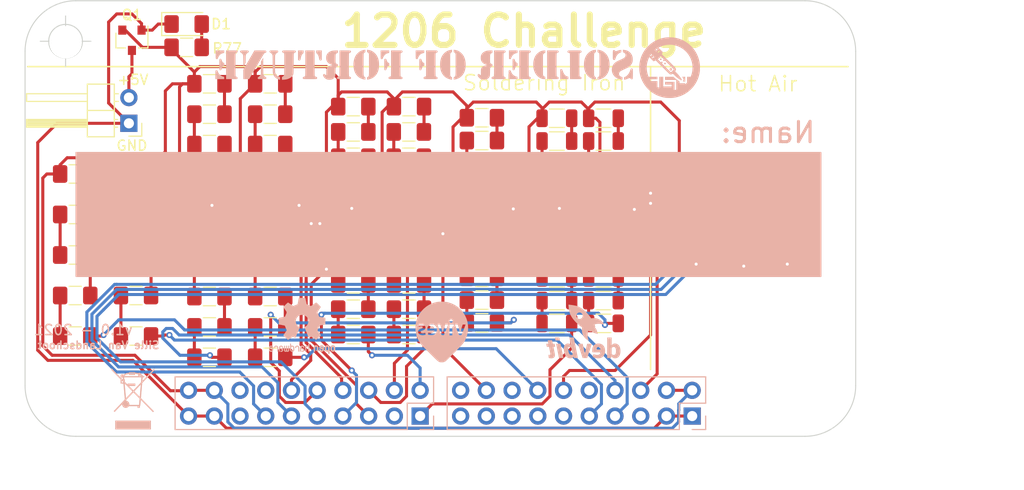
<source format=kicad_pcb>
(kicad_pcb (version 20201116) (generator pcbnew)
  (layers (0 "F.Cu" signal) (31 "B.Cu" signal) (34 "B.Paste" user) (35 "F.Paste" user) (36 "B.SilkS" user "B.Silkscreen") (37 "F.SilkS" user "F.Silkscreen") (38 "B.Mask" user) (39 "F.Mask" user) (44 "Edge.Cuts" user))
  (net 0 "")
  (net 1 "/1P")
  (net 2 "/1G")
  (net 3 "/1F")
  (net 4 "/1E")
  (net 5 "/1D")
  (net 6 "/1C")
  (net 7 "/2A")
  (net 8 "Net-(D1-Pad2)")
  (net 9 "/3A")
  (net 10 "/2P")
  (net 11 "/4A")
  (net 12 "/2G")
  (net 13 "/2F")
  (net 14 "/2E")
  (net 15 "/2D")
  (net 16 "/2C")
  (net 17 "/2B")
  (net 18 "/3P")
  (net 19 "/4P")
  (net 20 "/3G")
  (net 21 "/4G")
  (net 22 "/3F")
  (net 23 "/4F")
  (net 24 "/3E")
  (net 25 "/4E")
  (net 26 "/3D")
  (net 27 "/4D")
  (net 28 "/3C")
  (net 29 "/4C")
  (net 30 "/3B")
  (net 31 "/4B")
  (net 32 "Net-(J3-Pad2)")
  (net 33 "Net-(R1-Pad1)")
  (net 34 "Net-(R2-Pad1)")
  (net 35 "Net-(R22-Pad2)")
  (net 36 "Net-(R23-Pad2)")
  (net 37 "Net-(R24-Pad2)")
  (net 38 "Net-(R25-Pad2)")
  (net 39 "Net-(R26-Pad2)")
  (net 40 "/1B")
  (net 41 "/1A")
  (net 42 "+5V")
  (net 43 "GND")
  (net 44 "Net-(R27-Pad2)")
  (net 45 "Net-(R28-Pad2)")
  (net 46 "Net-(R10-Pad1)")
  (net 47 "Net-(R11-Pad1)")
  (net 48 "Net-(R12-Pad1)")
  (net 49 "Net-(R13-Pad1)")
  (net 50 "Net-(R14-Pad1)")
  (net 51 "Net-(R15-Pad1)")
  (net 52 "Net-(R16-Pad1)")
  (net 53 "Net-(R17-Pad1)")
  (net 54 "Net-(R18-Pad1)")
  (net 55 "Net-(R19-Pad1)")
  (net 56 "Net-(R20-Pad1)")
  (net 57 "Net-(R21-Pad1)")
  (net 58 "Net-(R22-Pad1)")
  (net 59 "Net-(R23-Pad1)")
  (net 60 "Net-(R24-Pad1)")
  (net 61 "Net-(R25-Pad1)")
  (net 62 "Net-(R26-Pad1)")
  (net 63 "Net-(R27-Pad1)")
  (net 64 "Net-(R28-Pad1)")
  (net 65 "Net-(R29-Pad1)")
  (net 66 "Net-(R30-Pad1)")
  (net 67 "Net-(R31-Pad1)")
  (net 68 "Net-(R32-Pad1)")
  (net 69 "Net-(R33-Pad1)")
  (net 70 "Net-(R34-Pad1)")
  (net 71 "Net-(R35-Pad1)")
  (net 72 "Net-(R36-Pad1)")
  (net 73 "Net-(R37-Pad1)")
  (net 74 "Net-(R38-Pad1)")
  (net 75 "Net-(R39-Pad1)")
  (net 76 "Net-(R40-Pad1)")
  (net 77 "Net-(R41-Pad1)")
  (net 78 "Net-(R42-Pad1)")
  (net 79 "Net-(R43-Pad1)")
  (net 80 "Net-(R44-Pad1)")
  (net 81 "Net-(R45-Pad1)")
  (net 82 "Net-(R46-Pad1)")
  (net 83 "Net-(R47-Pad1)")
  (net 84 "Net-(R48-Pad1)")
  (net 85 "Net-(R49-Pad1)")
  (net 86 "Net-(R50-Pad1)")
  (net 87 "Net-(R51-Pad1)")
  (net 88 "Net-(R52-Pad1)")
  (net 89 "Net-(R53-Pad1)")
  (net 90 "Net-(R54-Pad1)")
  (net 91 "Net-(R55-Pad1)")
  (net 92 "Net-(R56-Pad1)")
  (net 93 "Net-(R57-Pad1)")
  (net 94 "Net-(R58-Pad1)")
  (net 95 "Net-(R59-Pad1)")
  (net 96 "Net-(R60-Pad1)")
  (net 97 "Net-(R61-Pad1)")
  (net 98 "Net-(R62-Pad1)")
  (net 99 "Net-(R63-Pad1)")
  (net 100 "Net-(R64-Pad1)")
  (net 101 "Net-(R65-Pad1)")
  (net 102 "Net-(R66-Pad1)")
  (net 103 "Net-(R67-Pad1)")
  (net 104 "Net-(R68-Pad1)")
  (net 105 "Net-(R69-Pad1)")
  (net 106 "Net-(R70-Pad1)")
  (net 107 "Net-(R71-Pad1)")
  (net 108 "Net-(R72-Pad1)")
  (net 109 "Net-(R73-Pad1)")
  (net 110 "Net-(R74-Pad1)")
  (net 111 "Net-(R75-Pad1)")
  (net 112 "Net-(R76-Pad1)")
  (footprint "Resistor_SMD:R_1206_3216Metric_Pad1.42x1.75mm_HandSolder" (layer "F.Cu") (at 77.95 36.7)
    (fp_text reference "R62" hide)
    (fp_text value "220R")
  )
  (footprint "Resistor_SMD:R_1206_3216Metric_Pad1.42x1.75mm_HandSolder" (layer "F.Cu") (at 91.65 39.95 180)
    (fp_text reference "R86" hide)
    (fp_text value "220R")
  )
  (footprint "Resistor_SMD:R_1206_3216Metric_Pad1.42x1.75mm_HandSolder" (layer "F.Cu") (at 86.15 34.95 180)
    (fp_text reference "R45" hide)
    (fp_text value "220R")
  )
  (footprint "Resistor_SMD:R_1206_3216Metric_Pad1.42x1.75mm_HandSolder" (layer "F.Cu") (at 86.15 44.95)
    (fp_text reference "R27" hide)
    (fp_text value "220R")
  )
  (footprint "Resistor_SMD:R_1206_3216Metric_Pad1.42x1.75mm_HandSolder" (layer "F.Cu") (at 71.95 51.7)
    (fp_text reference "R61" hide)
    (fp_text value "220R")
  )
  (footprint "Resistor_SMD:R_1206_3216Metric" (layer "F.Cu") (at 110.85 46.85 180)
    (fp_text reference "R54" hide)
    (fp_text value "220R")
  )
  (footprint "Resistor_SMD:R_1206_3216Metric" (layer "F.Cu") (at 110.85 40.1 180)
    (fp_text reference "R92" hide)
    (fp_text value "220R")
  )
  (footprint "Resistor_SMD:R_1206_3216Metric_Pad1.42x1.75mm_HandSolder" (layer "F.Cu") (at 91.65 44.95)
    (fp_text reference "R29" hide)
    (fp_text value "220R")
  )
  (footprint "Resistor_SMD:R_1206_3216Metric" (layer "F.Cu") (at 119.8 43.45)
    (fp_text reference "R74" hide)
    (fp_text value "220R")
  )
  (footprint "Resistor_SMD:R_1206_3216Metric" (layer "F.Cu") (at 106.25 44.6)
    (fp_text reference "R33" hide)
    (fp_text value "220R")
  )
  (footprint "Resistor_SMD:R_1206_3216Metric_Pad1.42x1.75mm_HandSolder" (layer "F.Cu") (at 69.7 24.1)
    (fp_text reference "R77")
    (fp_text value "1K")
  )
  (footprint "Resistor_SMD:R_1206_3216Metric" (layer "F.Cu") (at 110.85 33.35)
    (fp_text reference "R34" hide)
    (fp_text value "220R")
  )
  (footprint "Resistor_SMD:R_1206_3216Metric_Pad1.42x1.75mm_HandSolder" (layer "F.Cu") (at 77.95 45.7)
    (fp_text reference "R25" hide)
    (fp_text value "220R")
  )
  (footprint "Resistor_SMD:R_1206_3216Metric_Pad1.42x1.75mm_HandSolder" (layer "F.Cu") (at 77.95 30.7)
    (fp_text reference "R24" hide)
    (fp_text value "220R")
  )
  (footprint "Resistor_SMD:R_1206_3216Metric" (layer "F.Cu") (at 106.25 33.35)
    (fp_text reference "R32" hide)
    (fp_text value "220R")
  )
  (footprint "Resistor_SMD:R_1206_3216Metric" (layer "F.Cu") (at 110.85 44.6)
    (fp_text reference "R35" hide)
    (fp_text value "220R")
  )
  (footprint "Resistor_SMD:R_1206_3216Metric_Pad1.42x1.75mm_HandSolder" (layer "F.Cu") (at 58.7 48.6)
    (fp_text reference "R58" hide)
    (fp_text value "220R")
  )
  (footprint "Resistor_SMD:R_1206_3216Metric" (layer "F.Cu") (at 106.25 42.35 180)
    (fp_text reference "R14" hide)
    (fp_text value "220R")
  )
  (footprint "Resistor_SMD:R_1206_3216Metric" (layer "F.Cu") (at 119.8 38.95)
    (fp_text reference "R36" hide)
    (fp_text value "220R")
  )
  (footprint "Resistor_SMD:R_1206_3216Metric_Pad1.42x1.75mm_HandSolder" (layer "F.Cu") (at 98.85 33.3)
    (fp_text reference "R30" hide)
    (fp_text value "220R")
  )
  (footprint "Resistor_SMD:R_1206_3216Metric_Pad1.42x1.75mm_HandSolder" (layer "F.Cu") (at 71.95 33.7 180)
    (fp_text reference "R41" hide)
    (fp_text value "220R")
  )
  (footprint "Resistor_SMD:R_1206_3216Metric" (layer "F.Cu") (at 124.3375 43.45)
    (fp_text reference "R75" hide)
    (fp_text value "220R")
  )
  (footprint "Resistor_SMD:R_1206_3216Metric_Pad1.42x1.75mm_HandSolder" (layer "F.Cu") (at 64.7 52.6 180)
    (fp_text reference "R79" hide)
    (fp_text value "220R")
  )
  (footprint "Resistor_SMD:R_1206_3216Metric_Pad1.42x1.75mm_HandSolder" (layer "F.Cu") (at 58.7 40.6)
    (fp_text reference "R20" hide)
    (fp_text value "220R")
  )
  (footprint "Resistor_SMD:R_1206_3216Metric_Pad1.42x1.75mm_HandSolder" (layer "F.Cu") (at 98.85 40.05 180)
    (fp_text reference "R88" hide)
    (fp_text value "220R")
  )
  (footprint "Resistor_SMD:R_1206_3216Metric_Pad1.42x1.75mm_HandSolder" (layer "F.Cu") (at 86.15 47.45 180)
    (fp_text reference "R46" hide)
    (fp_text value "220R")
  )
  (footprint "Resistor_SMD:R_1206_3216Metric" (layer "F.Cu") (at 110.85 31.1 180)
    (fp_text reference "R15" hide)
    (fp_text value "220R")
  )
  (footprint "Connector_PinHeader_2.54mm:PinHeader_1x02_P2.54mm_Horizontal" (layer "F.Cu") (at 64 31.6 180)
    (fp_text reference "J3" hide)
    (fp_text value "Conn_01x02")
  )
  (footprint "Resistor_SMD:R_1206_3216Metric_Pad1.42x1.75mm_HandSolder" (layer "F.Cu") (at 64.7 48.6)
    (fp_text reference "R59" hide)
    (fp_text value "220R")
  )
  (footprint "Resistor_SMD:R_1206_3216Metric_Pad1.42x1.75mm_HandSolder" (layer "F.Cu") (at 98.85 42.3 180)
    (fp_text reference "R12" hide)
    (fp_text value "220R")
  )
  (footprint "Resistor_SMD:R_1206_3216Metric_Pad1.42x1.75mm_HandSolder" (layer "F.Cu") (at 86.15 29.95 180)
    (fp_text reference "R7" hide)
    (fp_text value "220R")
  )
  (footprint "Resistor_SMD:R_1206_3216Metric" (layer "F.Cu") (at 110.85 35.6 180)
    (fp_text reference "R53" hide)
    (fp_text value "220R")
  )
  (footprint "Resistor_SMD:R_1206_3216Metric_Pad1.42x1.75mm_HandSolder" (layer "F.Cu") (at 98.85 35.55 180)
    (fp_text reference "R49" hide)
    (fp_text value "220R")
  )
  (footprint "Resistor_SMD:R_1206_3216Metric" (layer "F.Cu") (at 106.25 31.1 180)
    (fp_text reference "R13" hide)
    (fp_text value "220R")
  )
  (footprint "Resistor_SMD:R_1206_3216Metric_Pad1.42x1.75mm_HandSolder" (layer "F.Cu") (at 77.95 33.7 180)
    (fp_text reference "R43" hide)
    (fp_text value "220R")
  )
  (footprint "Resistor_SMD:R_1206_3216Metric" (layer "F.Cu") (at 128.899999 36.7 180)
    (fp_text reference "R19" hide)
    (fp_text value "220R")
  )
  (footprint "Resistor_SMD:R_1206_3216Metric_Pad1.42x1.75mm_HandSolder" (layer "F.Cu") (at 91.65 42.45 180)
    (fp_text reference "R10" hide)
    (fp_text value "220R")
  )
  (footprint "MountingHole:MountingHole_3.2mm_M3" (layer "F.Cu") (at 57.75 23.6)
    (fp_text reference "H1" hide)
    (fp_text value "MountingHole")
  )
  (footprint "Resistor_SMD:R_1206_3216Metric" (layer "F.Cu") (at 106.25 51.35 180)
    (fp_text reference "R91" hide)
    (fp_text value "220R")
  )
  (footprint "LED_SMD:LED_1206_3216Metric_Pad1.42x1.75mm_HandSolder" (layer "F.Cu") (at 69.7 21.8)
    (fp_text reference "D1")
    (fp_text value "LED")
  )
  (footprint "Resistor_SMD:R_1206_3216Metric_Pad1.42x1.75mm_HandSolder" (layer "F.Cu") (at 86.15 39.95 180)
    (fp_text reference "R84" hide)
    (fp_text value "220R")
  )
  (footprint "MountingHole:MountingHole_3.2mm_M3" (layer "F.Cu") (at 131.75 23.5)
    (fp_text reference "H2" hide)
    (fp_text value "MountingHole")
  )
  (footprint "Resistor_SMD:R_1206_3216Metric" (layer "F.Cu") (at 124.3375 36.7 180)
    (fp_text reference "R18" hide)
    (fp_text value "220R")
  )
  (footprint "Resistor_SMD:R_1206_3216Metric_Pad1.42x1.75mm_HandSolder" (layer "F.Cu") (at 58.7 52.6 180)
    (fp_text reference "R78" hide)
    (fp_text value "220R")
  )
  (footprint "Resistor_SMD:R_1206_3216Metric_Pad1.42x1.75mm_HandSolder" (layer "F.Cu") (at 77.95 39.7 180)
    (fp_text reference "R82" hide)
    (fp_text value "220R")
  )
  (footprint "Resistor_SMD:R_1206_3216Metric_Pad1.42x1.75mm_HandSolder" (layer "F.Cu") (at 64.7 40.6)
    (fp_text reference "R21" hide)
    (fp_text value "220R")
  )
  (footprint "Resistor_SMD:R_1206_3216Metric_Pad1.42x1.75mm_HandSolder" (layer "F.Cu") (at 98.85 44.55)
    (fp_text reference "R31" hide)
    (fp_text value "220R")
  )
  (footprint "Resistor_SMD:R_1206_3216Metric_Pad1.42x1.75mm_HandSolder" (layer "F.Cu") (at 71.95 54.7 180)
    (fp_text reference "R81" hide)
    (fp_text value "220R")
  )
  (footprint "Resistor_SMD:R_1206_3216Metric_Pad1.42x1.75mm_HandSolder" (layer "F.Cu") (at 58.7 44.6 180)
    (fp_text reference "R39" hide)
    (fp_text value "220R")
  )
  (footprint "Resistor_SMD:R_1206_3216Metric" (layer "F.Cu") (at 128.912499 41.2 180)
    (fp_text reference "R57" hide)
    (fp_text value "220R")
  )
  (footprint "Resistor_SMD:R_1206_3216Metric_Pad1.42x1.75mm_HandSolder" (layer "F.Cu") (at 71.95 48.7 180)
    (fp_text reference "R42" hide)
    (fp_text value "220R")
  )
  (footprint "Resistor_SMD:R_1206_3216Metric_Pad1.42x1.75mm_HandSolder" (layer "F.Cu") (at 98.85 49.05)
    (fp_text reference "R69" hide)
    (fp_text value "220R")
  )
  (footprint "Resistor_SMD:R_1206_3216Metric_Pad1.42x1.75mm_HandSolder" (layer "F.Cu") (at 64.7 36.6 180)
    (fp_text reference "R2" hide)
    (fp_text value "220R")
  )
  (footprint "Resistor_SMD:R_1206_3216Metric_Pad1.42x1.75mm_HandSolder" (layer "F.Cu") (at 86.15 52.45 180)
    (fp_text reference "R85" hide)
    (fp_text value "220R")
  )
  (footprint "Resistor_SMD:R_1206_3216Metric" (layer "F.Cu") (at 128.912499 45.7 180)
    (fp_text reference "R96" hide)
    (fp_text value "220R")
  )
  (footprint "Resistor_SMD:R_1206_3216Metric" (layer "F.Cu") (at 119.8 41.2 180)
    (fp_text reference "R55" hide)
    (fp_text value "220R")
  )
  (footprint "Resistor_SMD:R_1206_3216Metric_Pad1.42x1.75mm_HandSolder" (layer "F.Cu") (at 64.7 44.6 180)
    (fp_text reference "R40" hide)
    (fp_text value "220R")
  )
  (footprint "Resistor_SMD:R_1206_3216Metric_Pad1.42x1.75mm_HandSolder" (layer "F.Cu") (at 98.85 46.8 180)
    (fp_text reference "R50" hide)
    (fp_text value "220R")
  )
  (footprint "Resistor_SMD:R_1206_3216Metric_Pad1.42x1.75mm_HandSolder" (layer "F.Cu") (at 77.95 42.7 180)
    (fp_text reference "R6" hide)
    (fp_text value "220R")
  )
  (footprint "Resistor_SMD:R_1206_3216Metric" (layer "F.Cu") (at 110.85 51.35 180)
    (fp_text reference "R93" hide)
    (fp_text value "220R")
  )
  (footprint "Resistor_SMD:R_1206_3216Metric" (layer "F.Cu") (at 106.25 40.1 180)
    (fp_text reference "R90" hide)
    (fp_text value "220R")
  )
  (footprint "Resistor_SMD:R_1206_3216Metric_Pad1.42x1.75mm_HandSolder" (layer "F.Cu") (at 58.7 36.6 180)
    (fp_text reference "R1" hide)
    (fp_text value "220R")
  )
  (footprint "Resistor_SMD:R_1206_3216Metric_Pad1.42x1.75mm_HandSolder" (layer "F.Cu") (at 71.95 42.7 180)
    (fp_text reference "R4" hide)
    (fp_text value "220R")
  )
  (footprint "Resistor_SMD:R_1206_3216Metric" (layer "F.Cu") (at 106.25 49.1)
    (fp_text reference "R71" hide)
    (fp_text value "220R")
  )
  (footprint "Resistor_SMD:R_1206_3216Metric_Pad1.42x1.75mm_HandSolder" (layer "F.Cu") (at 91.6375 32.45)
    (fp_text reference "R28" hide)
    (fp_text value "220R")
  )
  (footprint "Resistor_SMD:R_1206_3216Metric_Pad1.42x1.75mm_HandSolder" (layer "F.Cu") (at 77.95 54.7 180)
    (fp_text reference "R83" hide)
    (fp_text value "220R")
  )
  (footprint "Resistor_SMD:R_1206_3216Metric_Pad1.42x1.75mm_HandSolder" (layer "F.Cu") (at 91.65 29.95 180)
    (fp_text reference "R9" hide)
    (fp_text value "220R")
  )
  (footprint "MountingHole:MountingHole_3.2mm_M3" (layer "F.Cu") (at 131.75 58.5)
    (fp_text reference "H4" hide)
    (fp_text value "MountingHole")
  )
  (footprint "Resistor_SMD:R_1206_3216Metric" (layer "F.Cu") (at 124.3375 38.95)
    (fp_text reference "R37" hide)
    (fp_text value "220R")
  )
  (footprint "Resistor_SMD:R_1206_3216Metric_Pad1.42x1.75mm_HandSolder" (layer "F.Cu") (at 77.95 27.7 180)
    (fp_text reference "R5" hide)
    (fp_text value "220R")
  )
  (footprint "Resistor_SMD:R_1206_3216Metric_Pad1.42x1.75mm_HandSolder" (layer "F.Cu") (at 91.65 47.45 180)
    (fp_text reference "R48" hide)
    (fp_text value "220R")
  )
  (footprint "Resistor_SMD:R_1206_3216Metric" (layer "F.Cu") (at 110.85 49.1)
    (fp_text reference "R73" hide)
    (fp_text value "220R")
  )
  (footprint "Resistor_SMD:R_1206_3216Metric" (layer "F.Cu") (at 124.35 41.2 180)
    (fp_text reference "R56" hide)
    (fp_text value "220R")
  )
  (footprint "Resistor_SMD:R_1206_3216Metric_Pad1.42x1.75mm_HandSolder" (layer "F.Cu") (at 86.15 37.45)
    (fp_text reference "R64" hide)
    (fp_text value "220R")
  )
  (footprint "Resistor_SMD:R_1206_3216Metric_Pad1.42x1.75mm_HandSolder" (layer "F.Cu") (at 71.95 30.7)
    (fp_text reference "R22" hide)
    (fp_text value "220R")
  )
  (footprint "Resistor_SMD:R_1206_3216Metric" (layer "F.Cu") (at 110.85 37.85)
    (fp_text reference "R72" hide)
    (fp_text value "220R")
  )
  (footprint "Resistor_SMD:R_1206_3216Metric_Pad1.42x1.75mm_HandSolder" (layer "F.Cu") (at 86.15 49.95)
    (fp_text reference "R65" hide)
    (fp_text value "220R")
  )
  (footprint "Resistor_SMD:R_1206_3216Metric_Pad1.42x1.75mm_HandSolder" (layer "F.Cu") (at 98.85 37.8)
    (fp_text reference "R68" hide)
    (fp_text value "220R")
  )
  (footprint "Resistor_SMD:R_1206_3216Metric" (layer "F.Cu") (at 110.85 42.35 180)
    (fp_text reference "R16" hide)
    (fp_text value "220R")
  )
  (footprint "Resistor_SMD:R_1206_3216Metric_Pad1.42x1.75mm_HandSolder" (layer "F.Cu") (at 71.9375 39.7 180)
    (fp_text reference "R80" hide)
    (fp_text value "220R")
  )
  (footprint "Resistor_SMD:R_1206_3216Metric_Pad1.42x1.75mm_HandSolder" (layer "F.Cu") (at 91.65 49.95)
    (fp_text reference "R67" hide)
    (fp_text value "220R")
  )
  (footprint "MountingHole:MountingHole_3.2mm_M3" (layer "F.Cu") (at 57.75 58.5)
    (fp_text reference "H3" hide)
    (fp_text value "MountingHole")
  )
  (footprint "Resistor_SMD:R_1206_3216Metric_Pad1.42x1.75mm_HandSolder" (layer "F.Cu") (at 91.6375 37.45)
    (fp_text reference "R66" hide)
    (fp_text value "220R")
  )
  (footprint "Resistor_SMD:R_1206_3216Metric_Pad1.42x1.75mm_HandSolder" (layer "F.Cu") (at 77.95 48.7 180)
    (fp_text reference "R44" hide)
    (fp_text value "220R")
  )
  (footprint "Resistor_SMD:R_1206_3216Metric" (layer "F.Cu") (at 106.25 37.85)
    (fp_text reference "R70" hide)
    (fp_text value "220R")
  )
  (footprint "Resistor_SMD:R_1206_3216Metric_Pad1.42x1.75mm_HandSolder" (layer "F.Cu") (at 86.15 32.45)
    (fp_text reference "R26" hide)
    (fp_text value "220R")
  )
  (footprint "Resistor_SMD:R_1206_3216Metric_Pad1.42x1.75mm_HandSolder" (layer "F.Cu") (at 71.95 36.7)
    (fp_text reference "R60" hide)
    (fp_text value "220R")
  )
  (footprint "Resistor_SMD:R_1206_3216Metric_Pad1.42x1.75mm_HandSolder" (layer "F.Cu") (at 77.95 51.7)
    (fp_text reference "R63" hide)
    (fp_text value "220R")
  )
  (footprint "Resistor_SMD:R_1206_3216Metric_Pad1.42x1.75mm_HandSolder" (layer "F.Cu") (at 91.6375 34.95 180)
    (fp_text reference "R47" hide)
    (fp_text value "220R")
  )
  (footprint "Resistor_SMD:R_1206_3216Metric_Pad1.42x1.75mm_HandSolder" (layer "F.Cu") (at 91.65 52.45 180)
    (fp_text reference "R87" hide)
    (fp_text value "220R")
  )
  (footprint "Resistor_SMD:R_1206_3216Metric" (layer "F.Cu") (at 119.8 36.7 180)
    (fp_text reference "R17" hide)
    (fp_text value "220R")
  )
  (footprint "Resistor_SMD:R_1206_3216Metric" (layer "F.Cu") (at 106.25 46.85 180)
    (fp_text reference "R52" hide)
    (fp_text value "220R")
  )
  (footprint "Resistor_SMD:R_1206_3216Metric_Pad1.42x1.75mm_HandSolder" (layer "F.Cu") (at 71.95 27.7 180)
    (fp_text reference "R3" hide)
    (fp_text value "220R")
  )
  (footprint "Package_TO_SOT_SMD:SOT-23" (layer "F.Cu") (at 64.3 23.4 -90)
    (fp_text reference "Q1")
    (fp_text value "BSS84")
  )
  (footprint "Resistor_SMD:R_1206_3216Metric" (layer "F.Cu") (at 119.8 45.7 180)
    (fp_text reference "R94" hide)
    (fp_text value "220R")
  )
  (footprint "Resistor_SMD:R_1206_3216Metric" (layer "F.Cu") (at 128.899999 43.45)
    (fp_text reference "R76" hide)
    (fp_text value "220R")
  )
  (footprint "Resistor_SMD:R_1206_3216Metric_Pad1.42x1.75mm_HandSolder" (layer "F.Cu") (at 98.85 51.3 180)
    (fp_text reference "R89" hide)
    (fp_text value "220R")
  )
  (footprint "Resistor_SMD:R_1206_3216Metric_Pad1.42x1.75mm_HandSolder" (layer "F.Cu") (at 98.85 31.05 180)
    (fp_text reference "R11" hide)
    (fp_text value "220R")
  )
  (footprint "Resistor_SMD:R_1206_3216Metric" (layer "F.Cu") (at 106.25 35.6 180)
    (fp_text reference "R51" hide)
    (fp_text value "220R")
  )
  (footprint "Resistor_SMD:R_1206_3216Metric_Pad1.42x1.75mm_HandSolder" (layer "F.Cu") (at 71.95 45.7)
    (fp_text reference "R23" hide)
    (fp_text value "220R")
  )
  (footprint "Resistor_SMD:R_1206_3216Metric" (layer "F.Cu") (at 124.3375 45.7 180)
    (fp_text reference "R95" hide)
    (fp_text value "220R")
  )
  (footprint "Resistor_SMD:R_1206_3216Metric" (layer "F.Cu") (at 128.899999 38.95)
    (fp_text reference "R38" hide)
    (fp_text value "220R")
  )
  (footprint "Resistor_SMD:R_1206_3216Metric_Pad1.42x1.75mm_HandSolder" (layer "F.Cu") (at 86.15 42.45 180)
    (fp_text reference "R8" hide)
    (fp_text value "220R")
  )
  (footprint "solder of fortune:logo_devbit_6mm" (layer "B.Cu") (at 108.9 52.5 180)
    (fp_text reference "REF**" hide)
    (fp_text value "logo_devbit_6mm" hide)
  )
  (footprint "solder of fortune:logo_sof_single_6mm" (layer "B.Cu") (at 96.4 26.1 180)
    (fp_text reference "REF**" hide)
    (fp_text value "logo_sof_single_6mm")
  )
  (footprint "Connector_PinHeader_2.54mm:PinHeader_2x10_P2.54mm_Vertical" (layer "B.Cu") (at 119.61 60.5 90)
    (fp_text reference "J1" hide)
    (fp_text value "Conn_02x10_Odd_Even")
  )
  (footprint "Symbol:WEEE-Logo_4.2x6mm_SilkScreen" (layer "B.Cu") (at 64.4 58.8 180)
    (fp_text reference "REF**" hide)
    (fp_text value "WEEE-Logo_4.2x6mm_SilkScreen" hide)
  )
  (footprint "Connector_PinHeader_2.54mm:PinHeader_2x10_P2.54mm_Vertical" (layer "B.Cu") (at 92.75 60.5 90)
    (fp_text reference "J2" hide)
    (fp_text value "Conn_02x10_Odd_Even")
  )
  (footprint "solder of fortune:logo_vives_6mm" (layer "B.Cu") (at 94.9 52.3 180)
    (fp_text reference "REF**" hide)
    (fp_text value "logo_vives_6mm" hide)
  )
  (footprint "Symbol:OSHW-Logo2_7.3x6mm_SilkScreen" (layer "B.Cu") (at 81.1 51.6 180)
    (fp_text reference "REF**" hide)
    (fp_text value "OSHW-Logo2_7.3x6mm_SilkScreen" hide)
  )
  (gr_rect (start 58.8 34.5) (end 132.3 46.7) (layer "B.SilkS") (width 0.15) (fill solid))
  (gr_line (start 115.5 26) (end 115.5 55.9) (layer "F.SilkS") (width 0.15))
  (gr_line (start 54 26) (end 135 26) (layer "F.SilkS") (width 0.15))
  (gr_arc (start 58.75 24.5) (end 53.75 24.5) (angle 90) (layer "Edge.Cuts") (width 0.1))
  (gr_arc (start 130.75 57.5) (end 135.75 57.5) (angle 90) (layer "Edge.Cuts") (width 0.1))
  (gr_line (start 53.75 24.5) (end 53.75 57.5) (layer "Edge.Cuts") (width 0.1))
  (gr_arc (start 58.75 57.5) (end 58.75 62.5) (angle 90) (layer "Edge.Cuts") (width 0.1))
  (gr_line (start 135.75 57.5) (end 135.75 24.5) (layer "Edge.Cuts") (width 0.1))
  (gr_line (start 58.75 62.5) (end 130.75 62.5) (layer "Edge.Cuts") (width 0.1))
  (gr_arc (start 130.75 24.5) (end 130.75 19.5) (angle 90) (layer "Edge.Cuts") (width 0.1))
  (gr_line (start 130.75 19.5) (end 58.75 19.5) (layer "Edge.Cuts") (width 0.1))
  (gr_text "v1.0 - 2021" (at 59.5 52) (layer "B.SilkS") (effects (font (size 1 1)) (justify mirror)))
  (gr_text "Name:" (at 127.1 32.5) (layer "B.SilkS") (effects (font (size 2 2) (thickness 0.3)) (justify mirror)))
  (gr_text "Sille Van Landschoot\n" (at 61 53.5) (layer "B.SilkS") (effects (font (size 0.75 0.75)) (justify mirror)))
  (gr_text "Soldering Iron" (at 105 27.6) (layer "F.SilkS") (effects (font (size 1.5 1.5))))
  (gr_text "GND" (at 64.3 33.8) (layer "F.SilkS") (effects (font (size 1 1))))
  (gr_text "1206 Challenge" (at 103 22.5) (layer "F.SilkS") (effects (font (size 3 3) (thickness 0.6))))
  (gr_text "Hot Air" (at 126.1 27.7) (layer "F.SilkS") (effects (font (size 1.5 1.5))))
  (gr_text "+5V" (at 64.4 27.3) (layer "F.SilkS") (effects (font (size 1 1))))
  (target plus (at 57.75 23.5) (size 5) (width 0.1) (layer "Edge.Cuts"))
  (segment (start 66.1875 52.6) (end 67.4 52.6) (width 0.3) (layer "F.Cu") (net 6))
  (segment (start 67.5 52.5) (end 68 52.5) (width 0.3) (layer "F.Cu") (net 6))
  (segment (start 67.4 52.6) (end 67.5 52.5) (width 0.3) (layer "F.Cu") (net 6))
  (via (at 68 52.5) (size 0.6) (drill 0.3) (layers "F.Cu" "B.Cu") (net 6))
  (segment (start 106.266002 53) (end 110.650001 57.383999) (width 0.3) (layer "B.Cu") (net 6))
  (segment (start 68.5 53) (end 106.266002 53) (width 0.3) (layer "B.Cu") (net 6))
  (segment (start 68 52.5) (end 68.5 53) (width 0.3) (layer "B.Cu") (net 6))
  (segment (start 110.650001 57.383999) (end 110.650001 59.299999) (width 0.3) (layer "B.Cu") (net 6))
  (segment (start 110.650001 59.299999) (end 109.45 60.5) (width 0.3) (layer "B.Cu") (net 6))
  (segment (start 73.425 39.7) (end 72.2 39.7) (width 0.3) (layer "F.Cu") (net 7))
  (segment (start 115.5 38.5) (end 116.150001 39.150001) (width 0.3) (layer "F.Cu") (net 7))
  (segment (start 116.150001 56.339999) (end 114.53 57.96) (width 0.3) (layer "F.Cu") (net 7))
  (segment (start 116.150001 39.150001) (end 116.150001 56.339999) (width 0.3) (layer "F.Cu") (net 7))
  (via (at 72.2 39.7) (size 0.6) (drill 0.3) (layers "F.Cu" "B.Cu") (net 7))
  (via (at 115.5 38.5) (size 0.6) (drill 0.3) (layers "F.Cu" "B.Cu") (net 7))
  (segment (start 113 36) (end 115.5 38.5) (width 0.3) (layer "B.Cu") (net 7))
  (segment (start 75.9 36) (end 113 36) (width 0.3) (layer "B.Cu") (net 7))
  (segment (start 72.2 39.7) (end 75.9 36) (width 0.3) (layer "B.Cu") (net 7))
  (segment (start 71.1875 21.8) (end 71.1875 24.1) (width 0.3) (layer "F.Cu") (net 8))
  (segment (start 87.6375 54.1375) (end 88 54.5) (width 0.3) (layer "F.Cu") (net 9))
  (segment (start 87.6375 52.45) (end 87.6375 54.1375) (width 0.3) (layer "F.Cu") (net 9))
  (via (at 88 54.5) (size 0.6) (drill 0.3) (layers "F.Cu" "B.Cu") (net 9))
  (segment (start 88 54.5) (end 91.5 54.5) (width 0.3) (layer "B.Cu") (net 9))
  (segment (start 92.75 55.75) (end 92.75 57.96) (width 0.3) (layer "B.Cu") (net 9))
  (segment (start 91.5 54.5) (end 92.75 55.75) (width 0.3) (layer "B.Cu") (net 9))
  (segment (start 107.7125 53.7875) (end 107.7125 51.35) (width 0.3) (layer "F.Cu") (net 11))
  (segment (start 104.806003 59.299999) (end 105.570001 58.536001) (width 0.3) (layer "F.Cu") (net 11))
  (segment (start 105.570001 58.536001) (end 105.570001 55.929999) (width 0.3) (layer "F.Cu") (net 11))
  (segment (start 105.570001 55.929999) (end 107.7125 53.7875) (width 0.3) (layer "F.Cu") (net 11))
  (segment (start 93.950001 59.299999) (end 104.806003 59.299999) (width 0.3) (layer "F.Cu") (net 11))
  (segment (start 92.75 60.5) (end 93.950001 59.299999) (width 0.3) (layer "F.Cu") (net 11))
  (segment (start 95 42.5) (end 95 53.67) (width 0.3) (layer "F.Cu") (net 12))
  (segment (start 87.6375 39.95) (end 86.05 39.95) (width 0.3) (layer "F.Cu") (net 12))
  (segment (start 86.05 39.95) (end 86 40) (width 0.3) (layer "F.Cu") (net 12))
  (segment (start 95 53.67) (end 99.29 57.96) (width 0.3) (layer "F.Cu") (net 12))
  (via (at 86 40) (size 0.6) (drill 0.3) (layers "F.Cu" "B.Cu") (net 12))
  (via (at 95 42.5) (size 0.6) (drill 0.3) (layers "F.Cu" "B.Cu") (net 12))
  (segment (start 88.5 42.5) (end 95 42.5) (width 0.3) (layer "B.Cu") (net 12))
  (segment (start 86 40) (end 88.5 42.5) (width 0.3) (layer "B.Cu") (net 12))
  (segment (start 79.4375 54.7) (end 81.3 54.7) (width 0.3) (layer "F.Cu") (net 14))
  (via (at 81.3 54.7) (size 0.6) (drill 0.3) (layers "F.Cu" "B.Cu") (net 14))
  (segment (start 100.259999 53.849999) (end 104.37 57.96) (width 0.3) (layer "B.Cu") (net 14))
  (segment (start 82.400001 53.849999) (end 100.259999 53.849999) (width 0.3) (layer "B.Cu") (net 14))
  (segment (start 81.55 54.7) (end 82.400001 53.849999) (width 0.3) (layer "B.Cu") (net 14))
  (segment (start 81.3 54.7) (end 81.55 54.7) (width 0.3) (layer "B.Cu") (net 14))
  (segment (start 112 56) (end 107.5 56) (width 0.3) (layer "F.Cu") (net 15))
  (segment (start 107.5 56) (end 106.91 56.59) (width 0.3) (layer "F.Cu") (net 15))
  (segment (start 115.5 52.5) (end 112 56) (width 0.3) (layer "F.Cu") (net 15))
  (segment (start 79.4375 39.7) (end 80.8 39.7) (width 0.3) (layer "F.Cu") (net 15))
  (segment (start 115.5 39.5) (end 115.5 52.5) (width 0.3) (layer "F.Cu") (net 15))
  (segment (start 106.91 56.59) (end 106.91 57.96) (width 0.3) (layer "F.Cu") (net 15))
  (via (at 115.5 39.5) (size 0.6) (drill 0.3) (layers "F.Cu" "B.Cu") (net 15))
  (via (at 80.8 39.7) (size 0.6) (drill 0.3) (layers "F.Cu" "B.Cu") (net 15))
  (segment (start 80.8 39.7) (end 84 36.5) (width 0.3) (layer "B.Cu") (net 15))
  (segment (start 84 36.5) (end 112.5 36.5) (width 0.3) (layer "B.Cu") (net 15))
  (segment (start 112.5 36.5) (end 115.5 39.5) (width 0.3) (layer "B.Cu") (net 15))
  (segment (start 73.4375 54.7) (end 72.2 54.7) (width 0.3) (layer "F.Cu") (net 17))
  (segment (start 72.2 54.7) (end 72 54.5) (width 0.3) (layer "F.Cu") (net 17))
  (via (at 72 54.5) (size 0.6) (drill 0.3) (layers "F.Cu" "B.Cu") (net 17))
  (segment (start 67.349999 52.187999) (end 67.687999 51.849999) (width 0.3) (layer "B.Cu") (net 17))
  (segment (start 68.312001 51.849999) (end 68.962002 52.5) (width 0.3) (layer "B.Cu") (net 17))
  (segment (start 67.687999 51.849999) (end 68.312001 51.849999) (width 0.3) (layer "B.Cu") (net 17))
  (segment (start 111.99 56.99) (end 111.99 57.96) (width 0.3) (layer "B.Cu") (net 17))
  (segment (start 68.962002 52.5) (end 107.5 52.5) (width 0.3) (layer "B.Cu") (net 17))
  (segment (start 69.037998 54.5) (end 67.349999 52.812001) (width 0.3) (layer "B.Cu") (net 17))
  (segment (start 107.5 52.5) (end 111.99 56.99) (width 0.3) (layer "B.Cu") (net 17))
  (segment (start 72 54.5) (end 69.037998 54.5) (width 0.3) (layer "B.Cu") (net 17))
  (segment (start 67.349999 52.812001) (end 67.349999 52.187999) (width 0.3) (layer "B.Cu") (net 17))
  (segment (start 129.2 45.7) (end 129 45.5) (width 0.3) (layer "F.Cu") (net 21))
  (segment (start 130.374999 45.7) (end 129.2 45.7) (width 0.3) (layer "F.Cu") (net 21))
  (via (at 129 45.5) (size 0.6) (drill 0.3) (layers "F.Cu" "B.Cu") (net 21))
  (segment (start 62.7929 47.49998) (end 62.792898 47.499982) (width 0.3) (layer "B.Cu") (net 21))
  (segment (start 129 45.5) (end 127.849989 44.349989) (width 0.3) (layer "B.Cu") (net 21))
  (segment (start 62.773779 56.150021) (end 74.936023 56.150021) (width 0.3) (layer "B.Cu") (net 21))
  (segment (start 127.849989 44.349989) (end 119.150011 44.349989) (width 0.3) (layer "B.Cu") (net 21))
  (segment (start 74.936023 56.150021) (end 76.309999 57.523997) (width 0.3) (layer "B.Cu") (net 21))
  (segment (start 116.00002 47.49998) (end 62.7929 47.49998) (width 0.3) (layer "B.Cu") (net 21))
  (segment (start 62.585778 47.499982) (end 59.849979 50.235781) (width 0.3) (layer "B.Cu") (net 21))
  (segment (start 76.309999 59.299999) (end 77.51 60.5) (width 0.3) (layer "B.Cu") (net 21))
  (segment (start 119.150011 44.349989) (end 116.00002 47.49998) (width 0.3) (layer "B.Cu") (net 21))
  (segment (start 59.849979 53.226221) (end 62.773779 56.150021) (width 0.3) (layer "B.Cu") (net 21))
  (segment (start 76.309999 57.523997) (end 76.309999 59.299999) (width 0.3) (layer "B.Cu") (net 21))
  (segment (start 62.792898 47.499982) (end 62.585778 47.499982) (width 0.3) (layer "B.Cu") (net 21))
  (segment (start 59.849979 50.235781) (end 59.849979 53.226221) (width 0.3) (layer "B.Cu") (net 21))
  (segment (start 81.950001 54.387999) (end 81.950001 55.012001) (width 0.3) (layer "F.Cu") (net 22))
  (segment (start 107.7125 40.1) (end 106.6 40.1) (width 0.3) (layer "F.Cu") (net 22))
  (segment (start 82 41.5) (end 81.5 42) (width 0.3) (layer "F.Cu") (net 22))
  (segment (start 80.99998 47.08578) (end 80.99998 53.464199) (width 0.3) (layer "F.Cu") (net 22))
  (segment (start 81.950001 55.012001) (end 80.05 56.912002) (width 0.3) (layer "F.Cu") (net 22))
  (segment (start 80.99999 47.08577) (end 80.99998 47.08578) (width 0.3) (layer "F.Cu") (net 22))
  (segment (start 80.99999 42.64289) (end 80.99999 47.08577) (width 0.3) (layer "F.Cu") (net 22))
  (segment (start 81.611999 54.049997) (end 81.950001 54.387999) (width 0.3) (layer "F.Cu") (net 22))
  (segment (start 80.05 56.912002) (end 80.05 57.96) (width 0.3) (layer "F.Cu") (net 22))
  (segment (start 81.5 42.14288) (end 80.99999 42.64289) (width 0.3) (layer "F.Cu") (net 22))
  (segment (start 81.585778 54.049997) (end 81.611999 54.049997) (width 0.3) (layer "F.Cu") (net 22))
  (segment (start 80.99998 53.464199) (end 81.585778 54.049997) (width 0.3) (layer "F.Cu") (net 22))
  (segment (start 106.6 40.1) (end 106.5 40) (width 0.3) (layer "F.Cu") (net 22))
  (segment (start 81.5 42) (end 81.5 42.14288) (width 0.3) (layer "F.Cu") (net 22))
  (via (at 82 41.5) (size 0.6) (drill 0.3) (layers "F.Cu" "B.Cu") (net 22))
  (via (at 106.5 40) (size 0.6) (drill 0.3) (layers "F.Cu" "B.Cu") (net 22))
  (segment (start 104 37.5) (end 85.29288 37.5) (width 0.3) (layer "B.Cu") (net 22))
  (segment (start 106.5 40) (end 104 37.5) (width 0.3) (layer "B.Cu") (net 22))
  (segment (start 82 40.79288) (end 82 41.5) (width 0.3) (layer "B.Cu") (net 22))
  (segment (start 85.29288 37.5) (end 82 40.79288) (width 0.3) (layer "B.Cu") (net 22))
  (segment (start 125.8 45.7) (end 124.7 45.7) (width 0.3) (layer "F.Cu") (net 23))
  (via (at 124.7 45.7) (size 0.6) (drill 0.3) (layers "F.Cu" "B.Cu") (net 23))
  (segment (start 80.05 60.5) (end 78.710001 59.160001) (width 0.3) (layer "B.Cu") (net 23))
  (segment (start 116.538008 47.99999) (end 119.687999 44.849999) (width 0.3) (layer "B.Cu") (net 23))
  (segment (start 77.150011 55.650011) (end 62.980889 55.650011) (width 0.3) (layer "B.Cu") (net 23))
  (segment (start 60.349989 50.442891) (end 62.792888 47.999992) (width 0.3) (layer "B.Cu") (net 23))
  (segment (start 123.849999 44.849999) (end 124.7 45.7) (width 0.3) (layer "B.Cu") (net 23))
  (segment (start 63.000008 47.999992) (end 63.00001 47.99999) (width 0.3) (layer "B.Cu") (net 23))
  (segment (start 119.687999 44.849999) (end 123.849999 44.849999) (width 0.3) (layer "B.Cu") (net 23))
  (segment (start 78.710001 57.210001) (end 77.150011 55.650011) (width 0.3) (layer "B.Cu") (net 23))
  (segment (start 60.349989 53.019111) (end 60.349989 50.442891) (width 0.3) (layer "B.Cu") (net 23))
  (segment (start 78.710001 59.160001) (end 78.710001 57.210001) (width 0.3) (layer "B.Cu") (net 23))
  (segment (start 62.980889 55.650011) (end 60.349989 53.019111) (width 0.3) (layer "B.Cu") (net 23))
  (segment (start 62.792888 47.999992) (end 63.000008 47.999992) (width 0.3) (layer "B.Cu") (net 23))
  (segment (start 63.00001 47.99999) (end 116.538008 47.99999) (width 0.3) (layer "B.Cu") (net 23))
  (segment (start 101.7 51.3) (end 102 51) (width 0.3) (layer "F.Cu") (net 24))
  (segment (start 79.473999 59.160001) (end 81.389999 59.160001) (width 0.3) (layer "F.Cu") (net 24))
  (segment (start 78.849999 58.536001) (end 79.473999 59.160001) (width 0.3) (layer "F.Cu") (net 24))
  (segment (start 78 55.198542) (end 78.849999 56.048541) (width 0.3) (layer "F.Cu") (net 24))
  (segment (start 81.389999 59.160001) (end 82.59 57.96) (width 0.3) (layer "F.Cu") (net 24))
  (segment (start 78 50.5) (end 78 55.198542) (width 0.3) (layer "F.Cu") (net 24))
  (segment (start 78.849999 56.048541) (end 78.849999 58.536001) (width 0.3) (layer "F.Cu") (net 24))
  (segment (start 100.3375 51.3) (end 101.7 51.3) (width 0.3) (layer "F.Cu") (net 24))
  (via (at 102 51) (size 0.6) (drill 0.3) (layers "F.Cu" "B.Cu") (net 24))
  (via (at 78 50.5) (size 0.6) (drill 0.3) (layers "F.Cu" "B.Cu") (net 24))
  (segment (start 101.700001 51.299999) (end 78.799999 51.299999) (width 0.3) (layer "B.Cu") (net 24))
  (segment (start 78.799999 51.299999) (end 78 50.5) (width 0.3) (layer "B.Cu") (net 24))
  (segment (start 102 51) (end 101.700001 51.299999) (width 0.3) (layer "B.Cu") (net 24))
  (segment (start 120.2 45.7) (end 120 45.5) (width 0.3) (layer "F.Cu") (net 25))
  (segment (start 121.2625 45.7) (end 120.2 45.7) (width 0.3) (layer "F.Cu") (net 25))
  (via (at 120 45.5) (size 0.6) (drill 0.3) (layers "F.Cu" "B.Cu") (net 25))
  (segment (start 63 48.5) (end 61.5 50) (width 0.3) (layer "B.Cu") (net 25))
  (segment (start 120 45.5) (end 117 48.5) (width 0.3) (layer "B.Cu") (net 25))
  (segment (start 81.389999 59.299999) (end 81.389999 57.523997) (width 0.3) (layer "B.Cu") (net 25))
  (segment (start 79.016003 55.150001) (end 63.187999 55.150001) (width 0.3) (layer "B.Cu") (net 25))
  (segment (start 60.849999 50.650001) (end 61.5 50) (width 0.3) (layer "B.Cu") (net 25))
  (segment (start 60.849999 52.812001) (end 60.849999 50.650001) (width 0.3) (layer "B.Cu") (net 25))
  (segment (start 82.59 60.5) (end 81.389999 59.299999) (width 0.3) (layer "B.Cu") (net 25))
  (segment (start 81.389999 57.523997) (end 79.016003 55.150001) (width 0.3) (layer "B.Cu") (net 25))
  (segment (start 117 48.5) (end 63 48.5) (width 0.3) (layer "B.Cu") (net 25))
  (segment (start 63.187999 55.150001) (end 60.849999 52.812001) (width 0.3) (layer "B.Cu") (net 25))
  (segment (start 81.819111 53.549989) (end 85 56.730878) (width 0.3) (layer "F.Cu") (net 26))
  (segment (start 85 57.83) (end 85.13 57.96) (width 0.3) (layer "F.Cu") (net 26))
  (segment (start 81.49999 53.257089) (end 81.79289 53.549989) (width 0.3) (layer "F.Cu") (net 26))
  (segment (start 82.199999 42.150001) (end 81.5 42.85) (width 0.3) (layer "F.Cu") (net 26))
  (segment (start 82.85 41.5) (end 82.650001 41.699999) (width 0.3) (layer "F.Cu") (net 26))
  (segment (start 82.312001 42.150001) (end 82.199999 42.150001) (width 0.3) (layer "F.Cu") (net 26))
  (segment (start 82.650001 41.699999) (end 82.650001 41.812001) (width 0.3) (layer "F.Cu") (net 26))
  (segment (start 81.49999 47.29289) (end 81.49999 53.257089) (width 0.3) (layer "F.Cu") (net 26))
  (segment (start 100.3375 40.05) (end 101.95 40.05) (width 0.3) (layer "F.Cu") (net 26))
  (segment (start 81.5 47.29288) (end 81.49999 47.29289) (width 0.3) (layer "F.Cu") (net 26))
  (segment (start 85 56.730878) (end 85 57.83) (width 0.3) (layer "F.Cu") (net 26))
  (segment (start 82.650001 41.812001) (end 82.312001 42.150001) (width 0.3) (layer "F.Cu") (net 26))
  (segment (start 81.79289 53.549989) (end 81.819111 53.549989) (width 0.3) (layer "F.Cu") (net 26))
  (segment (start 81.5 42.85) (end 81.5 47.29288) (width 0.3) (layer "F.Cu") (net 26))
  (via (at 101.95 40.05) (size 0.6) (drill 0.3) (layers "F.Cu" "B.Cu") (net 26))
  (via (at 82.85 41.5) (size 0.6) (drill 0.3) (layers "F.Cu" "B.Cu") (net 26))
  (segment (start 99.9 38) (end 85.5 38) (width 0.3) (layer "B.Cu") (net 26))
  (segment (start 85.5 38) (end 83 40.5) (width 0.3) (layer "B.Cu") (net 26))
  (segment (start 83 41.35) (end 82.85 41.5) (width 0.3) (layer "B.Cu") (net 26))
  (segment (start 83 40.5) (end 83 41.35) (width 0.3) (layer "B.Cu") (net 26))
  (segment (start 101.95 40.05) (end 99.9 38) (width 0.3) (layer "B.Cu") (net 26))
  (segment (start 83 53) (end 86 56) (width 0.3) (layer "F.Cu") (net 27))
  (segment (start 111.15 51.35) (end 111 51.5) (width 0.3) (layer "F.Cu") (net 27))
  (segment (start 83 50.5) (end 83 53) (width 0.3) (layer "F.Cu") (net 27))
  (segment (start 112.3125 51.35) (end 111.15 51.35) (width 0.3) (layer "F.Cu") (net 27))
  (via (at 111 51.5) (size 0.6) (drill 0.3) (layers "F.Cu" "B.Cu") (net 27))
  (via (at 83 50.5) (size 0.6) (drill 0.3) (layers "F.Cu" "B.Cu") (net 27))
  (via (at 86 56) (size 0.6) (drill 0.3) (layers "F.Cu" "B.Cu") (net 27))
  (segment (start 86 56) (end 86.469999 56.469999) (width 0.3) (layer "B.Cu") (net 27))
  (segment (start 86.469999 59.160001) (end 85.13 60.5) (width 0.3) (layer "B.Cu") (net 27))
  (segment (start 111 51.5) (end 111 51) (width 0.3) (layer "B.Cu") (net 27))
  (segment (start 83.349999 50.349999) (end 83.150001 50.349999) (width 0.3) (layer "B.Cu") (net 27))
  (segment (start 83.150001 50.349999) (end 83 50.5) (width 0.3) (layer "B.Cu") (net 27))
  (segment (start 110.349999 50.349999) (end 83.349999 50.349999) (width 0.3) (layer "B.Cu") (net 27))
  (segment (start 111 51) (end 110.349999 50.349999) (width 0.3) (layer "B.Cu") (net 27))
  (segment (start 86.469999 56.469999) (end 86.469999 59.160001) (width 0.3) (layer "B.Cu") (net 27))
  (segment (start 91.410001 55.589999) (end 91.410001 58.536001) (width 0.3) (layer "F.Cu") (net 28))
  (segment (start 93.1375 53.8625) (end 91.410001 55.589999) (width 0.3) (layer "F.Cu") (net 28))
  (segment (start 93.1375 52.45) (end 93.1375 53.8625) (width 0.3) (layer "F.Cu") (net 28))
  (segment (start 88.870001 59.160001) (end 87.67 57.96) (width 0.3) (layer "F.Cu") (net 28))
  (segment (start 91.410001 58.536001) (end 90.786001 59.160001) (width 0.3) (layer "F.Cu") (net 28))
  (segment (start 90.786001 59.160001) (end 88.870001 59.160001) (width 0.3) (layer "F.Cu") (net 28))
  (segment (start 86.469999 57.469999) (end 86.469999 59.299999) (width 0.3) (layer "F.Cu") (net 29))
  (segment (start 82.950021 53.973779) (end 82.973779 53.973779) (width 0.3) (layer "F.Cu") (net 29))
  (segment (start 82 53.049979) (end 82.026221 53.049979) (width 0.3) (layer "F.Cu") (net 29))
  (segment (start 82.026221 53.049979) (end 82.950021 53.973779) (width 0.3) (layer "F.Cu") (net 29))
  (segment (start 112.3125 40.1) (end 113.9 40.1) (width 0.3) (layer "F.Cu") (net 29))
  (segment (start 82 47.5) (end 82 53.049979) (width 0.3) (layer "F.Cu") (net 29))
  (segment (start 83.5 46) (end 82 47.5) (width 0.3) (layer "F.Cu") (net 29))
  (segment (start 86.469999 59.299999) (end 87.67 60.5) (width 0.3) (layer "F.Cu") (net 29))
  (segment (start 82.973779 53.973779) (end 86.469999 57.469999) (width 0.3) (layer "F.Cu") (net 29))
  (via (at 83.5 46) (size 0.6) (drill 0.3) (layers "F.Cu" "B.Cu") (net 29))
  (via (at 113.9 40.1) (size 0.6) (drill 0.3) (layers "F.Cu" "B.Cu") (net 29))
  (segment (start 83 45.5) (end 83.5 46) (width 0.3) (layer "B.Cu") (net 29))
  (segment (start 113.9 40.1) (end 110.8 37) (width 0.3) (layer "B.Cu") (net 29))
  (segment (start 81.349999 40.650001) (end 81.349999 42.849999) (width 0.3) (layer "B.Cu") (net 29))
  (segment (start 83 44.5) (end 83 45.5) (width 0.3) (layer "B.Cu") (net 29))
  (segment (start 85 37) (end 81.349999 40.650001) (width 0.3) (layer "B.Cu") (net 29))
  (segment (start 81.349999 42.849999) (end 83 44.5) (width 0.3) (layer "B.Cu") (net 29))
  (segment (start 110.8 37) (end 85 37) (width 0.3) (layer "B.Cu") (net 29))
  (segment (start 91.5 40.45) (end 91.5 54) (width 0.3) (layer "F.Cu") (net 30))
  (segment (start 93.1375 39.95) (end 92 39.95) (width 0.3) (layer "F.Cu") (net 30))
  (segment (start 91.5 54) (end 90.21 55.29) (width 0.3) (layer "F.Cu") (net 30))
  (segment (start 90.21 55.29) (end 90.21 57.96) (width 0.3) (layer "F.Cu") (net 30))
  (segment (start 92 39.95) (end 91.5 40.45) (width 0.3) (layer "F.Cu") (net 30))
  (segment (start 64.3 26.7) (end 64.3 24.4) (width 0.3) (layer "F.Cu") (net 32))
  (segment (start 64 29.06) (end 64 27) (width 0.3) (layer "F.Cu") (net 32))
  (segment (start 64 27) (end 64.3 26.7) (width 0.3) (layer "F.Cu") (net 32))
  (segment (start 60.1875 36.6) (end 60.1875 40.6) (width 0.3) (layer "F.Cu") (net 33))
  (segment (start 66.1875 36.6) (end 66.1875 40.6) (width 0.3) (layer "F.Cu") (net 34))
  (segment (start 73.4375 27.7) (end 73.4375 30.7) (width 0.3) (layer "F.Cu") (net 35))
  (segment (start 73.4375 42.7) (end 73.4375 45.7) (width 0.3) (layer "F.Cu") (net 36))
  (segment (start 79.4375 27.7) (end 79.4375 30.7) (width 0.3) (layer "F.Cu") (net 37))
  (segment (start 79.4375 42.7) (end 79.4375 45.7) (width 0.3) (layer "F.Cu") (net 38))
  (segment (start 87.6375 29.95) (end 87.6375 32.45) (width 0.3) (layer "F.Cu") (net 39))
  (segment (start 61.4 52.6) (end 61.5 52.5) (width 0.3) (layer "F.Cu") (net 40))
  (segment (start 60.1875 52.6) (end 61.4 52.6) (width 0.3) (layer "F.Cu") (net 40))
  (via (at 61.5 52.5) (size 0.6) (drill 0.3) (layers "F.Cu" "B.Cu") (net 40))
  (segment (start 113.190001 59.299999) (end 111.99 60.5) (width 0.3) (layer "B.Cu") (net 40))
  (segment (start 69.5 52) (end 108.5 52) (width 0.3) (layer "B.Cu") (net 40))
  (segment (start 68.5 51) (end 69.5 52) (width 0.3) (layer "B.Cu") (net 40))
  (segment (start 113.190001 56.690001) (end 113.190001 59.299999) (width 0.3) (layer "B.Cu") (net 40))
  (segment (start 61.5 52.5) (end 63 51) (width 0.3) (layer "B.Cu") (net 40))
  (segment (start 108.5 52) (end 113.190001 56.690001) (width 0.3) (layer "B.Cu") (net 40))
  (segment (start 63 51) (end 68.5 51) (width 0.3) (layer "B.Cu") (net 40))
  (segment (start 63.2125 35.7875) (end 64 35) (width 0.3) (layer "F.Cu") (net 42))
  (segment (start 56.42499 54.5) (end 55.5 53.57501) (width 0.3) (layer "F.Cu") (net 42))
  (segment (start 103.5 31.94375) (end 104.34375 31.1) (width 0.3) (layer "F.Cu") (net 42))
  (segment (start 89.5 28.5) (end 85 28.5) (width 0.3) (layer "F.Cu") (net 42))
  (segment (start 108.6625 29.5) (end 105.5 29.5) (width 0.3) (layer "F.Cu") (net 42))
  (segment (start 84.05 29.95) (end 84.6625 29.95) (width 0.3) (layer "F.Cu") (net 42))
  (segment (start 90.1625 29.95) (end 90.1625 29.1625) (width 0.3) (layer "F.Cu") (net 42))
  (segment (start 90.1625 29.3375) (end 90.1625 29.95) (width 0.3) (layer "F.Cu") (net 42))
  (segment (start 110.1 31.1) (end 109.3875 31.1) (width 0.3) (layer "F.Cu") (net 42))
  (segment (start 69 42) (end 69 28) (width 0.3) (layer "F.Cu") (net 42))
  (segment (start 110.01875 42.35) (end 110.5 41.86875) (width 0.3) (layer "F.Cu") (net 42))
  (segment (start 109.3875 30.1125) (end 109.3875 31.1) (width 0.3) (layer "F.Cu") (net 42))
  (segment (start 55.5 37) (end 55.9 36.6) (width 0.3) (layer "F.Cu") (net 42))
  (segment (start 122.05 35) (end 119 35) (width 0.3) (layer "F.Cu") (net 42))
  (segment (start 89 30.5) (end 89.55 29.95) (width 0.3) (layer "F.Cu") (net 42))
  (segment (start 69 28) (end 69.3 27.7) (width 0.3) (layer "F.Cu") (net 42))
  (segment (start 89.450001 42.45) (end 89 41.999999) (width 0.3) (layer "F.Cu") (net 42))
  (segment (start 97.3625 42.3) (end 96.8 42.3) (width 0.3) (layer "F.Cu") (net 42))
  (segment (start 96 41.5) (end 96 31.95625) (width 0.3) (layer "F.Cu") (net 42))
  (segment (start 76 26) (end 71 26) (width 0.3) (layer "F.Cu") (net 42))
  (segment (start 104.7875 42.35) (end 104.35 42.35) (width 0.3) (layer "F.Cu") (net 42))
  (segment (start 123.5 35) (end 122.875 35.625) (width 0.3) (layer "F.Cu") (net 42))
  (segment (start 77 26) (end 76.4625 26.5375) (width 0.3) (layer "F.Cu") (net 42))
  (segment (start 110 29.5) (end 109.3875 30.1125) (width 0.3) (layer "F.Cu") (net 42))
  (segment (start 75 42) (end 75 29.1625) (width 0.3) (layer "F.Cu") (net 42))
  (segment (start 118.3375 36.7) (end 118.3375 31.3375) (width 0.3) (layer "F.Cu") (net 42))
  (segment (start 103.5 41.5) (end 103.5 31.94375) (width 0.3) (layer "F.Cu") (net 42))
  (segment (start 127.437499 35.5) (end 126.937499 35) (width 0.3) (layer "F.Cu") (net 42))
  (segment (start 68.2125 24.2875) (end 70.4625 26.5375) (width 0.3) (layer "F.Cu") (net 42))
  (segment (start 69.89 57.96) (end 69.85 58) (width 0.3) (layer "F.Cu") (net 42))
  (segment (start 63.64499 22.4) (end 65.34499 24.1) (width 0.3) (layer "F.Cu") (net 42))
  (segment (start 104.7875 31.1) (end 104.7875 30.075) (width 0.3) (layer "F.Cu") (net 42))
  (segment (start 96 28.5) (end 91 28.5) (width 0.3) (layer "F.Cu") (net 42))
  (segment (start 109.3875 30.225) (end 108.6625 29.5) (width 0.3) (layer "F.Cu") (net 42))
  (segment (start 64 35) (end 67 35) (width 0.3) (layer "F.Cu") (net 42))
  (segment (start 67.6 34.4) (end 67.6 28.4) (width 0.3) (layer "F.Cu") (net 42))
  (segment (start 83.5 41.89375) (end 83.5 30.5) (width 0.3) (layer "F.Cu") (net 42))
  (segment (start 76.4625 26.5375) (end 76.4625 27.7) (width 0.3) (layer "F.Cu") (net 42))
  (segment (start 98 29.5) (end 97.3625 30.1375) (width 0.3) (layer "F.Cu") (net 42))
  (segment (start 89.55 29.95) (end 90.1625 29.95) (width 0.3) (layer "F.Cu") (net 42))
  (segment (start 90.1625 29.1625) (end 89.5 28.5) (width 0.3) (layer "F.Cu") (net 42))
  (segment (start 89 41.999999) (end 89 30.5) (width 0.3) (layer "F.Cu") (net 42))
  (segment (start 72.43 57.96) (end 69.89 57.96) (width 0.3) (layer "F.Cu") (net 42))
  (segment (start 104.2125 29.5) (end 98 29.5) (width 0.3) (layer "F.Cu") (net 42))
  (segment (start 126.937499 35) (end 123.5 35) (width 0.3) (layer "F.Cu") (net 42))
  (segment (start 104.35 42.35) (end 103.5 41.5) (width 0.3) (layer "F.Cu") (net 42))
  (segment (start 63.2125 36.6) (end 63.2125 35.7125) (width 0.3) (layer "F.Cu") (net 42))
  (segment (start 110.5 41.86875) (end 110.5 31.5) (width 0.3) (layer "F.Cu") (net 42))
  (segment (start 118.3375 35.6625) (end 118.3375 36.7) (width 0.3) (layer "F.Cu") (net 42))
  (segment (start 97.3625 31.05) (end 97.3625 29.8625) (width 0.3) (layer "F.Cu") (net 42))
  (segment (start 63.2125 35.7125) (end 62.5 35) (width 0.3) (layer "F.Cu") (net 42))
  (segment (start 96.8 42.3) (end 96 41.5) (width 0.3) (layer "F.Cu") (net 42))
  (segment (start 55.9 36.6) (end 57.2125 36.6) (width 0.3) (layer "F.Cu") (net 42))
  (segment (start 69.3 27.7) (end 70.4625 27.7) (width 0.3) (layer "F.Cu") (net 42))
  (segment (start 67 35) (end 67.6 34.4) (width 0.3) (layer "F.Cu") (net 42))
  (segment (start 69.85 58) (end 68.09712 58) (width 0.3) (layer "F.Cu") (net 42))
  (segment (start 69.7 42.7) (end 69 42) (width 0.3) (layer "F.Cu") (net 42))
  (segment (start 84.6625 28.8375) (end 84.6625 29.95) (width 0.3) (layer "F.Cu") (net 42))
  (segment (start 117.07 57.96) (end 119.61 57.96) (width 0.3) (layer "F.Cu") (net 42))
  (segment (start 109.3875 42.35) (end 110.01875 42.35) (width 0.3) (layer "F.Cu") (net 42))
  (segment (start 118.3375 31.3375) (end 116.5 29.5) (width 0.3) (layer "F.Cu") (net 42))
  (segment (start 76.4625 27.7) (end 76.4625 26.4625) (width 0.3) (layer "F.Cu") (net 42))
  (segment (start 67.6 28.4) (end 68.3 27.7) (width 0.3) (layer "F.Cu") (net 42))
  (segment (start 127.437499 36.7) (end 127.437499 35.5) (width 0.3) (layer "F.Cu") (net 42))
  (segment (start 84.6625 42.45) (end 84.05625 42.45) (width 0.3) (layer "F.Cu") (net 42))
  (segment (start 55.5 53.57501) (end 55.5 37) (width 0.3) (layer "F.Cu") (net 42))
  (segment (start 122.875 36.7) (end 122.875 35.825) (width 0.3) (layer "F.Cu") (net 42))
  (segment (start 65.34499 24.1) (end 68.2125 24.1) (width 0.3) (layer "F.Cu") (net 42))
  (segment (start 68.3 27.7) (end 70.4625 27.7) (width 0.3) (layer "F.Cu") (net 42))
  (segment (start 104.7875 30.2125) (end 104.7875 31.1) (width 0.3) (layer "F.Cu") (net 42))
  (segment (start 122.875 35.625) (end 122.875 36.7) (width 0.3) (layer "F.Cu") (net 42))
  (segment (start 64.59712 54.5) (end 56.42499 54.5) (width 0.3) (layer "F.Cu") (net 42))
  (segment (start 70.4625 42.7) (end 69.7 42.7) (width 0.3) (layer "F.Cu") (net 42))
  (segment (start 91 28.5) (end 90.1625 29.3375) (width 0.3) (layer "F.Cu") (net 42))
  (segment (start 70.4625 26.5375) (end 70.4625 27.7) (width 0.3) (layer "F.Cu") (net 42))
  (segment (start 75 29.1625) (end 76.4625 27.7) (width 0.3) (layer "F.Cu") (net 42))
  (segment (start 76.4625 42.7) (end 75.7 42.7) (width 0.3) (layer "F.Cu") (net 42))
  (segment (start 85 28.5) (end 84.6625 28.8375) (width 0.3) (layer "F.Cu") (net 42))
  (segment (start 84.05625 42.45) (end 83.5 41.89375) (width 0.3) (layer "F.Cu") (net 42))
  (segment (start 104.7875 30.075) (end 104.2125 29.5) (width 0.3) (layer "F.Cu") (net 42))
  (segment (start 57.2125 35.69375) (end 57.2125 36.6) (width 0.3) (layer "F.Cu") (net 42))
  (segment (start 83.5 26) (end 77 26) (width 0.3) (layer "F.Cu") (net 42))
  (segment (start 96 31.95625) (end 96.90625 31.05) (width 0.3) (layer "F.Cu") (net 42))
  (segment (start 110.5 31.5) (end 110.1 31.1) (width 0.3) (layer "F.Cu") (net 42))
  (segment (start 122.875 35.825) (end 122.05 35) (width 0.3) (layer "F.Cu") (net 42))
  (segment (start 63.35 22.4) (end 63.64499 22.4) (width 0.3) (layer "F.Cu") (net 42))
  (segment (start 68.09712 58) (end 64.59712 54.5) (width 0.3) (layer "F.Cu") (net 42))
  (segment (start 63.2125 36.6) (end 63.2125 35.7875) (width 0.3) (layer "F.Cu") (net 42))
  (segment (start 116.5 29.5) (end 110 29.5) (width 0.3) (layer "F.Cu") (net 42))
  (segment (start 68.2125 24.1) (end 68.2125 24.2875) (width 0.3) (layer "F.Cu") (net 42))
  (segment (start 75.7 42.7) (end 75 42) (width 0.3) (layer "F.Cu") (net 42))
  (segment (start 90.1625 42.45) (end 89.450001 42.45) (width 0.3) (layer "F.Cu") (net 42))
  (segment (start 109.3875 31.1) (end 109.3875 30.225) (width 0.3) (layer "F.Cu") (net 42))
  (segment (start 97.3625 29.8625) (end 96 28.5) (width 0.3) (layer "F.Cu") (net 42))
  (segment (start 104.34375 31.1) (end 104.7875 31.1) (width 0.3) (layer "F.Cu") (net 42))
  (segment (start 96.90625 31.05) (end 97.3625 31.05) (width 0.3) (layer "F.Cu") (net 42))
  (segment (start 84.6625 27.1625) (end 83.5 26) (width 0.3) (layer "F.Cu") (net 42))
  (segment (start 97.3625 30.1375) (end 97.3625 31.05) (width 0.3) (layer "F.Cu") (net 42))
  (segment (start 57.90625 35) (end 57.2125 35.69375) (width 0.3) (layer "F.Cu") (net 42))
  (segment (start 119 35) (end 118.3375 35.6625) (width 0.3) (layer "F.Cu") (net 42))
  (segment (start 62.5 35) (end 57.90625 35) (width 0.3) (layer "F.Cu") (net 42))
  (segment (start 83.5 30.5) (end 84.05 29.95) (width 0.3) (layer "F.Cu") (net 42))
  (segment (start 84.6625 29.95) (end 84.6625 27.1625) (width 0.3) (layer "F.Cu") (net 42))
  (segment (start 76.4625 26.4625) (end 76 26) (width 0.3) (layer "F.Cu") (net 42))
  (segment (start 105.5 29.5) (end 104.7875 30.2125) (width 0.3) (layer "F.Cu") (net 42))
  (segment (start 71 26) (end 70.4625 26.5375) (width 0.3) (layer "F.Cu") (net 42))
  (segment (start 118.270001 59.923999) (end 118.270001 61.076001) (width 0.3) (layer "B.Cu") (net 42))
  (segment (start 119.61 57.96) (end 118.285 59.285) (width 0.3) (layer "B.Cu") (net 42))
  (segment (start 118.285 59.285) (end 118.285 59.909) (width 0.3) (layer "B.Cu") (net 42))
  (segment (start 118.285 59.909) (end 118.270001 59.923999) (width 0.3) (layer "B.Cu") (net 42))
  (segment (start 118.270001 61.076001) (end 117.646001 61.700001) (width 0.3) (layer "B.Cu") (net 42))
  (segment (start 117.646001 61.700001) (end 74.393999 61.700001) (width 0.3) (layer "B.Cu") (net 42))
  (segment (start 73.769999 61.076001) (end 73.769999 59.299999) (width 0.3) (layer "B.Cu") (net 42))
  (segment (start 74.393999 61.700001) (end 73.769999 61.076001) (width 0.3) (layer "B.Cu") (net 42))
  (segment (start 73.769999 59.299999) (end 72.43 57.96) (width 0.3) (layer "B.Cu") (net 42))
  (segment (start 66.3 22.4) (end 66.9 21.8) (width 0.3) (layer "F.Cu") (net 43))
  (segment (start 65.25 21.75) (end 65.25 22.4) (width 0.3) (layer "F.Cu") (net 43))
  (segment (start 69.89 60.5) (end 64.39 55) (width 0.3) (layer "F.Cu") (net 43))
  (segment (start 55 33.5) (end 56.9 31.6) (width 0.3) (layer "F.Cu") (net 43))
  (segment (start 73.630001 61.700001) (end 115.869999 61.700001) (width 0.3) (layer "F.Cu") (net 43))
  (segment (start 115.869999 61.700001) (end 117.07 60.5) (width 0.3) (layer "F.Cu") (net 43))
  (segment (start 64 31.6) (end 62 29.6) (width 0.3) (layer "F.Cu") (net 43))
  (segment (start 117.07 60.5) (end 119.61 60.5) (width 0.3) (layer "F.Cu") (net 43))
  (segment (start 62 21.6) (end 62.8 20.8) (width 0.3) (layer "F.Cu") (net 43))
  (segment (start 64.3 20.8) (end 65.25 21.75) (width 0.3) (layer "F.Cu") (net 43))
  (segment (start 56.9 31.6) (end 64 31.6) (width 0.3) (layer "F.Cu") (net 43))
  (segment (start 64.39 55) (end 56 55) (width 0.3) (layer "F.Cu") (net 43))
  (segment (start 56 55) (end 55 54) (width 0.3) (layer "F.Cu") (net 43))
  (segment (start 62 29.6) (end 62 21.6) (width 0.3) (layer "F.Cu") (net 43))
  (segment (start 65.25 22.4) (end 66.3 22.4) (width 0.3) (layer "F.Cu") (net 43))
  (segment (start 62.8 20.8) (end 64.3 20.8) (width 0.3) (layer "F.Cu") (net 43))
  (segment (start 55 54) (end 55 33.5) (width 0.3) (layer "F.Cu") (net 43))
  (segment (start 69.89 60.5) (end 72.43 60.5) (width 0.3) (layer "F.Cu") (net 43))
  (segment (start 72.43 60.5) (end 73.630001 61.700001) (width 0.3) (layer "F.Cu") (net 43))
  (segment (start 66.9 21.8) (end 68.2125 21.8) (width 0.3) (layer "F.Cu") (net 43))
  (segment (start 87.6375 42.45) (end 87.6375 44.95) (width 0.3) (layer "F.Cu") (net 44))
  (segment (start 93.1375 32.4375) (end 93.125 32.45) (width 0.3) (layer "F.Cu") (net 45))
  (segment (start 93.1375 29.95) (end 93.1375 32.4375) (width 0.3) (layer "F.Cu") (net 45))
  (segment (start 93.1375 42.45) (end 93.1375 44.95) (width 0.3) (layer "F.Cu") (net 46))
  (segment (start 100.3375 31.05) (end 100.3375 33.3) (width 0.3) (layer "F.Cu") (net 47))
  (segment (start 100.3375 42.3) (end 100.3375 44.55) (width 0.3) (layer "F.Cu") (net 48))
  (segment (start 107.7125 31.1) (end 107.7125 33.35) (width 0.3) (layer "F.Cu") (net 49))
  (segment (start 107.7125 42.35) (end 107.7125 44.6) (width 0.3) (layer "F.Cu") (net 50))
  (segment (start 112.3125 31.1) (end 112.3125 33.35) (width 0.3) (layer "F.Cu") (net 51))
  (segment (start 112.3125 42.35) (end 112.3125 44.6) (width 0.3) (layer "F.Cu") (net 52))
  (segment (start 121.2625 36.7) (end 121.2625 38.95) (width 0.3) (layer "F.Cu") (net 53))
  (segment (start 125.8 36.7) (end 125.8 38.95) (width 0.3) (layer "F.Cu") (net 54))
  (segment (start 130.362499 36.7) (end 130.362499 38.95) (width 0.3) (layer "F.Cu") (net 55))
  (segment (start 57.2125 40.6) (end 57.2125 44.6) (width 0.3) (layer "F.Cu") (net 56))
  (segment (start 63.2125 40.6) (end 63.2125 44.6) (width 0.3) (layer "F.Cu") (net 57))
  (segment (start 70.4625 30.7) (end 70.4625 33.7) (width 0.3) (layer "F.Cu") (net 58))
  (segment (start 70.4625 45.7) (end 70.4625 48.7) (width 0.3) (layer "F.Cu") (net 59))
  (segment (start 76.4625 30.7) (end 76.4625 33.7) (width 0.3) (layer "F.Cu") (net 60))
  (segment (start 76.4625 45.7) (end 76.4625 48.7) (width 0.3) (layer "F.Cu") (net 61))
  (segment (start 84.6625 32.45) (end 84.6625 34.95) (width 0.3) (layer "F.Cu") (net 62))
  (segment (start 84.6625 44.95) (end 84.6625 47.45) (width 0.3) (layer "F.Cu") (net 63))
  (segment (start 90.15 34.95) (end 90.15 32.45) (width 0.3) (layer "F.Cu") (net 64))
  (segment (start 90.1625 44.95) (end 90.1625 47.45) (width 0.3) (layer "F.Cu") (net 65))
  (segment (start 97.3625 33.3) (end 97.3625 35.55) (width 0.3) (layer "F.Cu") (net 66))
  (segment (start 97.3625 44.55) (end 97.3625 46.8) (width 0.3) (layer "F.Cu") (net 67))
  (segment (start 104.7875 33.35) (end 104.7875 35.0875) (width 0.3) (layer "F.Cu") (net 68))
  (segment (start 104.7875 35.0875) (end 104.7875 35.6) (width 0.3) (layer "F.Cu") (net 68))
  (segment (start 104.7875 44.6) (end 104.7875 46.85) (width 0.3) (layer "F.Cu") (net 69))
  (segment (start 109.3875 33.35) (end 109.3875 35.6) (width 0.3) (layer "F.Cu") (net 70))
  (segment (start 109.3875 44.6) (end 109.3875 46.85) (width 0.3) (layer "F.Cu") (net 71))
  (segment (start 118.3375 38.95) (end 118.3375 41.2) (width 0.3) (layer "F.Cu") (net 72))
  (segment (start 122.875 41.1875) (end 122.8875 41.2) (width 0.3) (layer "F.Cu") (net 73))
  (segment (start 122.875 38.95) (end 122.875 41.1875) (width 0.3) (layer "F.Cu") (net 73))
  (segment (start 127.437499 41.1875) (end 127.449999 41.2) (width 0.3) (layer "F.Cu") (net 74))
  (segment (start 127.437499 38.95) (end 127.437499 41.1875) (width 0.3) (layer "F.Cu") (net 74))
  (segment (start 60.1875 44.6) (end 60.1875 48.6) (width 0.3) (layer "F.Cu") (net 75))
  (segment (start 66.1875 44.6) (end 66.1875 48.6) (width 0.3) (layer "F.Cu") (net 76))
  (segment (start 73.4375 33.7) (end 73.4375 36.7) (width 0.3) (layer "F.Cu") (net 77))
  (segment (start 73.4375 48.7) (end 73.4375 51.7) (width 0.3) (layer "F.Cu") (net 78))
  (segment (start 79.4375 33.7) (end 79.4375 36.7) (width 0.3) (layer "F.Cu") (net 79))
  (segment (start 79.4375 48.7) (end 79.4375 51.7) (width 0.3) (layer "F.Cu") (net 80))
  (segment (start 87.6375 34.95) (end 87.6375 37.45) (width 0.3) (layer "F.Cu") (net 81))
  (segment (start 87.6375 47.45) (end 87.6375 49.95) (width 0.3) (layer "F.Cu") (net 82))
  (segment (start 93.125 37.45) (end 93.125 34.95) (width 0.3) (layer "F.Cu") (net 83))
  (segment (start 93.1375 47.45) (end 93.1375 49.95) (width 0.3) (layer "F.Cu") (net 84))
  (segment (start 100.3375 35.55) (end 100.3375 37.8) (width 0.3) (layer "F.Cu") (net 85))
  (segment (start 100.3375 46.8) (end 100.3375 49.05) (width 0.3) (layer "F.Cu") (net 86))
  (segment (start 107.7125 35.6) (end 107.7125 37.85) (width 0.3) (layer "F.Cu") (net 87))
  (segment (start 107.7125 46.85) (end 107.7125 49.1) (width 0.3) (layer "F.Cu") (net 88))
  (segment (start 112.3125 35.6) (end 112.3125 37.85) (width 0.3) (layer "F.Cu") (net 89))
  (segment (start 112.3125 46.85) (end 112.3125 49.1) (width 0.3) (layer "F.Cu") (net 90))
  (segment (start 121.2625 41.2) (end 121.2625 43.2) (width 0.3) (layer "F.Cu") (net 91))
  (segment (start 125.8125 41.2) (end 125.8125 43.4375) (width 0.3) (layer "F.Cu") (net 92))
  (segment (start 125.8125 43.4375) (end 125.8 43.45) (width 0.3) (layer "F.Cu") (net 92))
  (segment (start 130.374999 43.4375) (end 130.362499 43.45) (width 0.3) (layer "F.Cu") (net 93))
  (segment (start 130.374999 41.2) (end 130.374999 43.4375) (width 0.3) (layer "F.Cu") (net 93))
  (segment (start 57.2125 48.6) (end 57.2125 52.6) (width 0.3) (layer "F.Cu") (net 94))
  (segment (start 63.2125 48.6) (end 63.2125 52.6) (width 0.3) (layer "F.Cu") (net 95))
  (segment (start 70.4625 36.7) (end 70.4625 39.6875) (width 0.3) (layer "F.Cu") (net 96))
  (segment (start 70.4625 39.6875) (end 70.45 39.7) (width 0.3) (layer "F.Cu") (net 96))
  (segment (start 70.4625 51.7) (end 70.4625 54.7) (width 0.3) (layer "F.Cu") (net 97))
  (segment (start 76.4625 36.7) (end 76.4625 39.7) (width 0.3) (layer "F.Cu") (net 98))
  (segment (start 76.4625 51.7) (end 76.4625 54.7) (width 0.3) (layer "F.Cu") (net 99))
  (segment (start 84.6625 37.45) (end 84.6625 39.95) (width 0.3) (layer "F.Cu") (net 100))
  (segment (start 84.6625 49.95) (end 84.6625 52.45) (width 0.3) (layer "F.Cu") (net 101))
  (segment (start 90.15 37.45) (end 90.15 39.9375) (width 0.3) (layer "F.Cu") (net 102))
  (segment (start 90.15 39.9375) (end 90.1625 39.95) (width 0.3) (layer "F.Cu") (net 102))
  (segment (start 90.1625 49.95) (end 90.1625 52.45) (width 0.3) (layer "F.Cu") (net 103))
  (segment (start 97.3625 37.8) (end 97.3625 40.05) (width 0.3) (layer "F.Cu") (net 104))
  (segment (start 97.3625 49.05) (end 97.3625 51.3) (width 0.3) (layer "F.Cu") (net 105))
  (segment (start 104.7875 37.85) (end 104.7875 40.1) (width 0.3) (layer "F.Cu") (net 106))
  (segment (start 104.7875 49.1) (end 104.7875 51.35) (width 0.3) (layer "F.Cu") (net 107))
  (segment (start 109.3875 37.85) (end 109.3875 40.1) (width 0.3) (layer "F.Cu") (net 108))
  (segment (start 109.3875 49.1) (end 109.3875 51.35) (width 0.3) (layer "F.Cu") (net 109))
  (segment (start 118.3375 43.2) (end 118.3375 45.45) (width 0.3) (layer "F.Cu") (net 110))
  (segment (start 122.875 43.45) (end 122.875 45.7) (width 0.3) (layer "F.Cu") (net 111))
  (segment (start 127.437499 43.45) (end 127.437499 45.6875) (width 0.3) (layer "F.Cu") (net 112))
  (segment (start 127.437499 45.6875) (end 127.449999 45.7) (width 0.3) (layer "F.Cu") (net 112))
)
</source>
